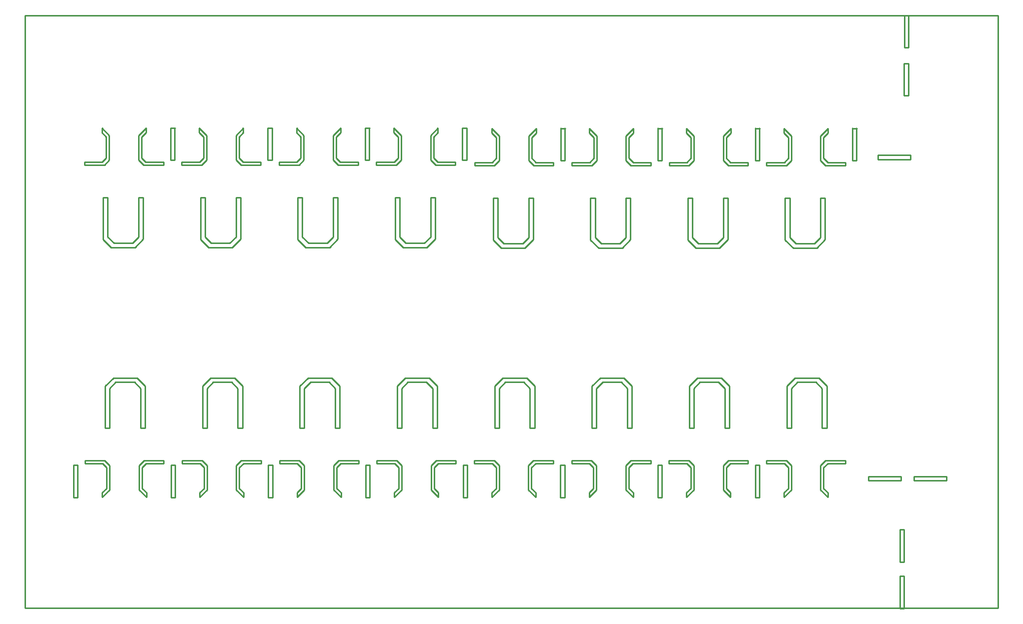
<source format=gko>
G04 Layer_Color=16711935*
%FSTAX24Y24*%
%MOIN*%
G70*
G01*
G75*
%ADD40C,0.0100*%
D40*
X10417Y0635D02*
X10417Y06134D01*
X10389Y0635D02*
X10389Y06134D01*
X10417D01*
X10389Y0635D02*
X10417D01*
Y0604D02*
X10417Y05824D01*
X10389Y0604D02*
X10389Y05824D01*
X10417D01*
X10389Y0604D02*
X10417D01*
X10445Y09458D02*
X10445Y09242D01*
X10417Y09458D02*
X10417Y09242D01*
X10445D01*
X10417Y09458D02*
X10445D01*
X10447Y09778D02*
X10447Y09562D01*
X10419Y09778D02*
X10419Y09562D01*
X10447D01*
X10419Y09778D02*
X10447D01*
X05072Y08996D02*
X05101Y08967D01*
Y08828D02*
Y08967D01*
X05072Y08996D02*
Y09026D01*
X05121Y08977D01*
Y08814D02*
Y08977D01*
X05088Y08781D02*
X05121Y08814D01*
X04956Y08781D02*
X05088D01*
X04956D02*
Y08801D01*
X05074D01*
X05101Y08828D01*
X066137Y083D02*
Y08563D01*
X065727Y08259D02*
X066137Y083D01*
X064487Y08259D02*
X065727D01*
X064077Y083D02*
X064487Y08259D01*
X064077Y083D02*
Y08563D01*
X063767Y08284D02*
Y08563D01*
Y08284D02*
X064307Y0823D01*
X065887D01*
X066437Y08285D01*
Y08563D01*
X066137D02*
X066437D01*
X063767D02*
X064077D01*
X059653Y083D02*
Y08563D01*
X059243Y08259D02*
X059653Y083D01*
X058003Y08259D02*
X059243D01*
X057593Y083D02*
X058003Y08259D01*
X057593Y083D02*
Y08563D01*
X057283Y08284D02*
Y08563D01*
Y08284D02*
X057823Y0823D01*
X059403D01*
X059953Y08285D01*
Y08563D01*
X059653D02*
X059953D01*
X057283D02*
X057593D01*
X07262D02*
X07262Y083D01*
X07221Y08259D02*
X07262Y083D01*
X07097Y08259D02*
X07221D01*
X07056Y083D02*
X07097Y08259D01*
X07056Y083D02*
Y08563D01*
X07025Y08284D02*
Y08563D01*
Y08284D02*
X07079Y0823D01*
X07237D01*
X07292Y08285D01*
Y08563D01*
X07262D02*
X07292D01*
X07025D02*
X07056D01*
X07916Y0856D02*
X07916Y08297D01*
X07875Y08256D02*
X07916Y08297D01*
X07751Y08256D02*
X07875D01*
X0771Y08297D02*
X07751Y08256D01*
X0771Y08297D02*
Y0856D01*
X07679Y08281D02*
Y0856D01*
Y08281D02*
X07733Y08227D01*
X07891D01*
X07946Y08282D01*
Y0856D01*
X07916D02*
X07946D01*
X07679D02*
X0771D01*
X085643D02*
X085643Y08297D01*
X085233Y08256D02*
X085643Y08297D01*
X083993Y08256D02*
X085233D01*
X083583Y08297D02*
X083993Y08256D01*
X083583Y08297D02*
Y0856D01*
X083273Y08281D02*
Y0856D01*
Y08281D02*
X083813Y08227D01*
X085393D01*
X085943Y08282D01*
Y0856D01*
X085643D02*
X085943D01*
X083273D02*
X083583D01*
X092127D02*
X092127Y08297D01*
X091717Y08256D02*
X092127Y08297D01*
X090477Y08256D02*
X091717D01*
X090067Y08297D02*
X090477Y08256D01*
X090067Y08297D02*
Y0856D01*
X089757Y08281D02*
Y0856D01*
Y08281D02*
X090297Y08227D01*
X091877D01*
X092427Y08282D01*
Y0856D01*
X092127D02*
X092427D01*
X089757D02*
X090067D01*
X09861D02*
X09861Y08297D01*
X0982Y08256D02*
X09861Y08297D01*
X09696Y08256D02*
X0982D01*
X09655Y08297D02*
X09696Y08256D01*
X09655Y08297D02*
Y0856D01*
X09624Y08281D02*
Y0856D01*
Y08281D02*
X09678Y08227D01*
X09836D01*
X09891Y08282D01*
Y0856D01*
X09861D02*
X09891D01*
X09624D02*
X09655D01*
X09665Y07291D02*
X09665Y07028D01*
X09665Y07291D02*
X09706Y07332D01*
X0983D01*
X09871Y07291D01*
Y07028D02*
Y07291D01*
X09902Y07028D02*
Y07307D01*
X09848Y07361D02*
X09902Y07307D01*
X0969Y07361D02*
X09848D01*
X09635Y07306D02*
X0969Y07361D01*
X09635Y07028D02*
Y07306D01*
Y07028D02*
X09665D01*
X09871D02*
X09902D01*
X090161Y07291D02*
X090161Y07028D01*
X090161Y07291D02*
X090571Y07332D01*
X091811D01*
X092221Y07291D01*
Y07028D02*
Y07291D01*
X092531Y07028D02*
Y07307D01*
X091991Y07361D02*
X092531Y07307D01*
X090411Y07361D02*
X091991D01*
X089861Y07306D02*
X090411Y07361D01*
X089861Y07028D02*
Y07306D01*
Y07028D02*
X090161D01*
X092221D02*
X092531D01*
X083673Y07291D02*
X083673Y07028D01*
X083673Y07291D02*
X084083Y07332D01*
X085323D01*
X085733Y07291D01*
Y07028D02*
Y07291D01*
X086043Y07028D02*
Y07307D01*
X085503Y07361D02*
X086043Y07307D01*
X083923Y07361D02*
X085503D01*
X083373Y07306D02*
X083923Y07361D01*
X083373Y07028D02*
Y07306D01*
Y07028D02*
X083673D01*
X085733D02*
X086043D01*
X077184Y07291D02*
X077184Y07028D01*
X077184Y07291D02*
X077594Y07332D01*
X078834D01*
X079244Y07291D01*
Y07028D02*
Y07291D01*
X079554Y07028D02*
Y07307D01*
X079014Y07361D02*
X079554Y07307D01*
X077434Y07361D02*
X079014D01*
X076884Y07306D02*
X077434Y07361D01*
X076884Y07028D02*
Y07306D01*
Y07028D02*
X077184D01*
X079244D02*
X079554D01*
X070696Y07291D02*
X070696Y07028D01*
X070696Y07291D02*
X071106Y07332D01*
X072346D01*
X072756Y07291D01*
Y07028D02*
Y07291D01*
X073066Y07028D02*
Y07307D01*
X072526Y07361D02*
X073066Y07307D01*
X070946Y07361D02*
X072526D01*
X070396Y07306D02*
X070946Y07361D01*
X070396Y07028D02*
Y07306D01*
Y07028D02*
X070696D01*
X072756D02*
X073066D01*
X064207Y07291D02*
X064207Y07028D01*
X064207Y07291D02*
X064617Y07332D01*
X065857D01*
X066267Y07291D01*
Y07028D02*
Y07291D01*
X066577Y07028D02*
Y07307D01*
X066037Y07361D02*
X066577Y07307D01*
X064457Y07361D02*
X066037D01*
X063907Y07306D02*
X064457Y07361D01*
X063907Y07028D02*
Y07306D01*
Y07028D02*
X064207D01*
X066267D02*
X066577D01*
X057719Y07291D02*
X057719Y07028D01*
X057719Y07291D02*
X058129Y07332D01*
X059369D01*
X059779Y07291D01*
Y07028D02*
Y07291D01*
X060089Y07028D02*
Y07307D01*
X059549Y07361D02*
X060089Y07307D01*
X057969Y07361D02*
X059549D01*
X057419Y07306D02*
X057969Y07361D01*
X057419Y07028D02*
Y07306D01*
Y07028D02*
X057719D01*
X059779D02*
X060089D01*
X05123Y07291D02*
X05123Y07028D01*
X05123Y07291D02*
X05164Y07332D01*
X05288D01*
X05329Y07291D01*
Y07028D02*
Y07291D01*
X0536Y07028D02*
Y07307D01*
X05306Y07361D02*
X0536Y07307D01*
X05148Y07361D02*
X05306D01*
X05093Y07306D02*
X05148Y07361D01*
X05093Y07028D02*
Y07306D01*
Y07028D02*
X05123D01*
X05329D02*
X0536D01*
X05531Y09026D02*
X05559D01*
X05529Y08812D02*
X05557D01*
X05529D02*
Y09028D01*
X05557Y08812D02*
Y09028D01*
X0508Y08563D02*
X05111D01*
X05317D02*
X05347D01*
Y08285D02*
Y08563D01*
X05292Y0823D02*
X05347Y08285D01*
X05134Y0823D02*
X05292D01*
X0508Y08284D02*
X05134Y0823D01*
X0508Y08284D02*
Y08563D01*
X05111Y083D02*
Y08563D01*
Y083D02*
X05152Y08259D01*
X05276D01*
X05317Y083D01*
Y08563D01*
X045603Y09777D02*
X110437D01*
X045603Y05825D02*
Y09777D01*
Y05825D02*
X110437D01*
Y09777D01*
X05337Y08828D02*
X05364Y08801D01*
X05482D01*
Y08781D02*
Y08801D01*
X0535Y08781D02*
X05482D01*
X05317Y08814D02*
X0535Y08781D01*
X05317Y08814D02*
Y08977D01*
X05366Y09026D01*
Y08996D02*
Y09026D01*
X05337Y08828D02*
Y08967D01*
X05366Y08996D01*
X059853Y08967D02*
X060143Y08996D01*
X059853Y08828D02*
Y08967D01*
X060143Y08996D02*
Y09026D01*
X059653Y08977D02*
X060143Y09026D01*
X059653Y08814D02*
Y08977D01*
Y08814D02*
X059983Y08781D01*
X061303D01*
Y08801D01*
X060123D02*
X061303D01*
X059853Y08828D02*
X060123Y08801D01*
X062053Y08812D02*
Y09028D01*
X061773Y08812D02*
Y09028D01*
Y08812D02*
X062053D01*
X061793Y09026D02*
X062073D01*
X057223Y08801D02*
X057493Y08828D01*
X056043Y08801D02*
X057223D01*
X056043Y08781D02*
Y08801D01*
Y08781D02*
X057363D01*
X057693Y08814D01*
Y08977D01*
X057203Y09026D02*
X057693Y08977D01*
X057203Y08996D02*
Y09026D01*
X057493Y08828D02*
Y08967D01*
X057203Y08996D02*
X057493Y08967D01*
X066337D02*
X066627Y08996D01*
X066337Y08828D02*
Y08967D01*
X066627Y08996D02*
Y09026D01*
X066137Y08977D02*
X066627Y09026D01*
X066137Y08814D02*
Y08977D01*
Y08814D02*
X066467Y08781D01*
X067787D01*
Y08801D01*
X066607D02*
X067787D01*
X066337Y08828D02*
X066607Y08801D01*
X068537Y08812D02*
Y09028D01*
X068257Y08812D02*
Y09028D01*
Y08812D02*
X068537D01*
X068277Y09026D02*
X068557D01*
X063707Y08801D02*
X063977Y08828D01*
X062527Y08801D02*
X063707D01*
X062527Y08781D02*
Y08801D01*
Y08781D02*
X063847D01*
X064177Y08814D01*
Y08977D01*
X063687Y09026D02*
X064177Y08977D01*
X063687Y08996D02*
Y09026D01*
X063977Y08828D02*
Y08967D01*
X063687Y08996D02*
X063977Y08967D01*
X07282D02*
X07311Y08996D01*
X07282Y08828D02*
Y08967D01*
X07311Y08996D02*
Y09026D01*
X07262Y08977D02*
X07311Y09026D01*
X07262Y08814D02*
Y08977D01*
Y08814D02*
X07295Y08781D01*
X07427D01*
Y08801D01*
X07309D02*
X07427D01*
X07282Y08828D02*
X07309Y08801D01*
X07502Y08812D02*
Y09028D01*
X07474Y08812D02*
Y09028D01*
Y08812D02*
X07502D01*
X07019Y08801D02*
X07046Y08828D01*
X06901Y08801D02*
X07019D01*
X06901Y08781D02*
Y08801D01*
Y08781D02*
X07033D01*
X07066Y08814D01*
Y08977D01*
X07017Y09026D02*
X07066Y08977D01*
X07017Y08996D02*
Y09026D01*
X07046Y08828D02*
Y08967D01*
X07017Y08996D02*
X07046Y08967D01*
X07936Y08964D02*
X07965Y08993D01*
X07936Y08825D02*
Y08964D01*
X07965Y08993D02*
Y09023D01*
X07916Y08974D02*
X07965Y09023D01*
X07916Y08811D02*
Y08974D01*
Y08811D02*
X07949Y08778D01*
X08081D01*
Y08798D01*
X07963D02*
X08081D01*
X07936Y08825D02*
X07963Y08798D01*
X08156Y08809D02*
Y09025D01*
X08128Y08809D02*
Y09025D01*
Y08809D02*
X08156D01*
X0813Y09023D02*
X08158D01*
X07673Y08798D02*
X077Y08825D01*
X07555Y08798D02*
X07673D01*
X07555Y08778D02*
Y08798D01*
Y08778D02*
X07687D01*
X0772Y08811D01*
Y08974D01*
X07671Y09023D02*
X0772Y08974D01*
X07671Y08993D02*
Y09023D01*
X077Y08825D02*
Y08964D01*
X07671Y08993D02*
X077Y08964D01*
X085843D02*
X086133Y08993D01*
X085843Y08825D02*
Y08964D01*
X086133Y08993D02*
Y09023D01*
X085643Y08974D02*
X086133Y09023D01*
X085643Y08811D02*
Y08974D01*
Y08811D02*
X085973Y08778D01*
X087293D01*
Y08798D01*
X086113D02*
X087293D01*
X085843Y08825D02*
X086113Y08798D01*
X088043Y08809D02*
Y09025D01*
X087763Y08809D02*
Y09025D01*
Y08809D02*
X088043D01*
X087783Y09023D02*
X088063D01*
X083213Y08798D02*
X083483Y08825D01*
X082033Y08798D02*
X083213D01*
X082033Y08778D02*
Y08798D01*
Y08778D02*
X083353D01*
X083683Y08811D01*
Y08974D01*
X083193Y09023D02*
X083683Y08974D01*
X083193Y08993D02*
Y09023D01*
X083483Y08825D02*
Y08964D01*
X083193Y08993D02*
X083483Y08964D01*
X092327D02*
X092617Y08993D01*
X092327Y08825D02*
Y08964D01*
X092617Y08993D02*
Y09023D01*
X092127Y08974D02*
X092617Y09023D01*
X092127Y08811D02*
Y08974D01*
Y08811D02*
X092457Y08778D01*
X093777D01*
Y08798D01*
X092597D02*
X093777D01*
X092327Y08825D02*
X092597Y08798D01*
X094527Y08809D02*
Y09025D01*
X094247Y08809D02*
Y09025D01*
Y08809D02*
X094527D01*
X094267Y09023D02*
X094547D01*
X089697Y08798D02*
X089967Y08825D01*
X088517Y08798D02*
X089697D01*
X088517Y08778D02*
Y08798D01*
Y08778D02*
X089837D01*
X090167Y08811D01*
Y08974D01*
X089677Y09023D02*
X090167Y08974D01*
X089677Y08993D02*
Y09023D01*
X089967Y08825D02*
Y08964D01*
X089677Y08993D02*
X089967Y08964D01*
X09881D02*
X0991Y08993D01*
X09881Y08825D02*
Y08964D01*
X0991Y08993D02*
Y09023D01*
X09861Y08974D02*
X0991Y09023D01*
X09861Y08811D02*
Y08974D01*
Y08811D02*
X09894Y08778D01*
X10026D01*
Y08798D01*
X09908D02*
X10026D01*
X09881Y08825D02*
X09908Y08798D01*
X10101Y08809D02*
Y09025D01*
X10073Y08809D02*
Y09025D01*
Y08809D02*
X10101D01*
X10075Y09023D02*
X10103D01*
X09618Y08798D02*
X09645Y08825D01*
X095Y08798D02*
X09618D01*
X095Y08778D02*
Y08798D01*
Y08778D02*
X09632D01*
X09665Y08811D01*
Y08974D01*
X09616Y09023D02*
X09665Y08974D01*
X09616Y08993D02*
Y09023D01*
X09645Y08825D02*
Y08964D01*
X09616Y08993D02*
X09645Y08964D01*
X05074Y06595D02*
X05103Y06624D01*
Y06763D01*
X05074Y06565D02*
Y06595D01*
Y06565D02*
X05123Y06614D01*
Y06777D01*
X0509Y0681D02*
X05123Y06777D01*
X04958Y0681D02*
X0509D01*
X04958Y0679D02*
X04958Y0681D01*
X04958Y0679D02*
X05076Y0679D01*
X05103Y06763D01*
X04883Y06563D02*
Y06779D01*
X04911Y06563D02*
Y06779D01*
X04883D02*
X04911D01*
X04883Y06563D02*
X04911D01*
X05339Y06763D02*
X05366Y0679D01*
X05484D01*
Y0681D01*
X05352D02*
X05484D01*
X05319Y06777D02*
X05352Y0681D01*
X05319Y06614D02*
Y06777D01*
Y06614D02*
X05368Y06565D01*
Y06595D01*
X05339Y06624D02*
Y06763D01*
Y06624D02*
X05368Y06595D01*
X057229D02*
X057519Y06624D01*
Y06763D01*
X057229Y06565D02*
Y06595D01*
Y06565D02*
X057719Y06614D01*
Y06777D01*
X057389Y0681D02*
X057719Y06777D01*
X056069Y0681D02*
X057389D01*
X056069Y0679D02*
X056069Y0681D01*
X056069Y0679D02*
X057249Y0679D01*
X057519Y06763D01*
X055319Y06563D02*
Y06779D01*
X055599Y06563D02*
Y06779D01*
X055319D02*
X055599D01*
X055319Y06563D02*
X055599D01*
X059879Y06763D02*
X060149Y0679D01*
X061329D01*
Y0681D01*
X060009D02*
X061329D01*
X059679Y06777D02*
X060009Y0681D01*
X059679Y06614D02*
Y06777D01*
Y06614D02*
X060169Y06565D01*
Y06595D01*
X059879Y06624D02*
Y06763D01*
Y06624D02*
X060169Y06595D01*
X063717D02*
X064007Y06624D01*
Y06763D01*
X063717Y06565D02*
Y06595D01*
Y06565D02*
X064207Y06614D01*
Y06777D01*
X063877Y0681D02*
X064207Y06777D01*
X062557Y0681D02*
X063877D01*
X062557Y0679D02*
X062557Y0681D01*
X062557Y0679D02*
X063737Y0679D01*
X064007Y06763D01*
X061807Y06563D02*
Y06779D01*
X062087Y06563D02*
Y06779D01*
X061807D02*
X062087D01*
X061807Y06563D02*
X062087D01*
X066367Y06763D02*
X066637Y0679D01*
X067817D01*
Y0681D01*
X066497D02*
X067817D01*
X066167Y06777D02*
X066497Y0681D01*
X066167Y06614D02*
Y06777D01*
Y06614D02*
X066657Y06565D01*
Y06595D01*
X066367Y06624D02*
Y06763D01*
Y06624D02*
X066657Y06595D01*
X070206D02*
X070496Y06624D01*
Y06763D01*
X070206Y06565D02*
Y06595D01*
Y06565D02*
X070696Y06614D01*
Y06777D01*
X070366Y0681D02*
X070696Y06777D01*
X069046Y0681D02*
X070366D01*
X069046Y0679D02*
X069046Y0681D01*
X069046Y0679D02*
X070226Y0679D01*
X070496Y06763D01*
X068296Y06563D02*
Y06779D01*
X068576Y06563D02*
Y06779D01*
X068296D02*
X068576D01*
X068296Y06563D02*
X068576D01*
X072856Y06763D02*
X073126Y0679D01*
X074306D01*
Y0681D01*
X072986D02*
X074306D01*
X072656Y06777D02*
X072986Y0681D01*
X072656Y06614D02*
Y06777D01*
Y06614D02*
X073146Y06565D01*
Y06595D01*
X072856Y06624D02*
Y06763D01*
Y06624D02*
X073146Y06595D01*
X076694D02*
X076984Y06624D01*
Y06763D01*
X076694Y06565D02*
Y06595D01*
Y06565D02*
X077184Y06614D01*
Y06777D01*
X076854Y0681D02*
X077184Y06777D01*
X075534Y0681D02*
X076854D01*
X075534Y0679D02*
X075534Y0681D01*
X075534Y0679D02*
X076714Y0679D01*
X076984Y06763D01*
X074784Y06563D02*
Y06779D01*
X075064Y06563D02*
Y06779D01*
X074784D02*
X075064D01*
X074784Y06563D02*
X075064D01*
X079344Y06763D02*
X079614Y0679D01*
X080794D01*
Y0681D01*
X079474D02*
X080794D01*
X079144Y06777D02*
X079474Y0681D01*
X079144Y06614D02*
Y06777D01*
Y06614D02*
X079634Y06565D01*
Y06595D01*
X079344Y06624D02*
Y06763D01*
Y06624D02*
X079634Y06595D01*
X083183D02*
X083473Y06624D01*
Y06763D01*
X083183Y06565D02*
Y06595D01*
Y06565D02*
X083673Y06614D01*
Y06777D01*
X083343Y0681D02*
X083673Y06777D01*
X082023Y0681D02*
X083343D01*
X082023Y0679D02*
X082023Y0681D01*
X082023Y0679D02*
X083203Y0679D01*
X083473Y06763D01*
X081273Y06563D02*
Y06779D01*
X081553Y06563D02*
Y06779D01*
X081273D02*
X081553D01*
X081273Y06563D02*
X081553D01*
X085833Y06763D02*
X086103Y0679D01*
X087283D01*
Y0681D01*
X085963D02*
X087283D01*
X085633Y06777D02*
X085963Y0681D01*
X085633Y06614D02*
Y06777D01*
Y06614D02*
X086123Y06565D01*
Y06595D01*
X085833Y06624D02*
Y06763D01*
Y06624D02*
X086123Y06595D01*
X089671D02*
X089961Y06624D01*
Y06763D01*
X089671Y06565D02*
Y06595D01*
Y06565D02*
X090161Y06614D01*
Y06777D01*
X089831Y0681D02*
X090161Y06777D01*
X088511Y0681D02*
X089831D01*
X088511Y0679D02*
X088511Y0681D01*
X088511Y0679D02*
X089691Y0679D01*
X089961Y06763D01*
X087761Y06563D02*
Y06779D01*
X088041Y06563D02*
Y06779D01*
X087761D02*
X088041D01*
X087761Y06563D02*
X088041D01*
X092321Y06763D02*
X092591Y0679D01*
X093771D01*
Y0681D01*
X092451D02*
X093771D01*
X092121Y06777D02*
X092451Y0681D01*
X092121Y06614D02*
Y06777D01*
Y06614D02*
X092611Y06565D01*
Y06595D01*
X092321Y06624D02*
Y06763D01*
Y06624D02*
X092611Y06595D01*
X09616D02*
X09645Y06624D01*
Y06763D01*
X09616Y06565D02*
Y06595D01*
Y06565D02*
X09665Y06614D01*
Y06777D01*
X09632Y0681D02*
X09665Y06777D01*
X095Y0681D02*
X09632D01*
X095Y0679D02*
X095Y0681D01*
X095Y0679D02*
X09618Y0679D01*
X09645Y06763D01*
X09425Y06563D02*
Y06779D01*
X09453Y06563D02*
Y06779D01*
X09425D02*
X09453D01*
X09425Y06563D02*
X09453D01*
X09881Y06763D02*
X09908Y0679D01*
X10026D01*
Y0681D01*
X09894D02*
X10026D01*
X09861Y06777D02*
X09894Y0681D01*
X09861Y06614D02*
Y06777D01*
Y06614D02*
X0991Y06565D01*
Y06595D01*
X09881Y06624D02*
Y06763D01*
Y06624D02*
X0991Y06595D01*
X10395Y06676D02*
Y06704D01*
X10179Y06676D02*
Y06704D01*
X10395Y06704D01*
X10179Y06676D02*
X10395D01*
X10698D02*
Y06704D01*
X10482Y06676D02*
Y06704D01*
X10698Y06704D01*
X10482Y06676D02*
X10698D01*
X1046Y08817D02*
Y08845D01*
X10244Y08817D02*
Y08845D01*
X1046Y08845D01*
X10244Y08817D02*
X1046D01*
X07476Y09026D02*
X07504D01*
M02*

</source>
